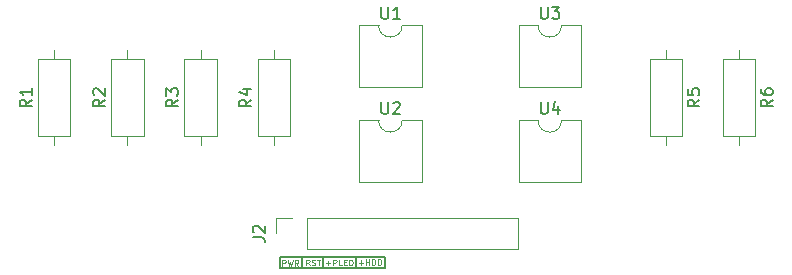
<source format=gto>
%TF.GenerationSoftware,KiCad,Pcbnew,(6.0.5)*%
%TF.CreationDate,2022-06-15T12:21:02+01:00*%
%TF.ProjectId,PiKVM,50694b56-4d2e-46b6-9963-61645f706362,rev?*%
%TF.SameCoordinates,Original*%
%TF.FileFunction,Legend,Top*%
%TF.FilePolarity,Positive*%
%FSLAX46Y46*%
G04 Gerber Fmt 4.6, Leading zero omitted, Abs format (unit mm)*
G04 Created by KiCad (PCBNEW (6.0.5)) date 2022-06-15 12:21:02*
%MOMM*%
%LPD*%
G01*
G04 APERTURE LIST*
%ADD10C,0.150000*%
%ADD11C,0.075000*%
%ADD12C,0.120000*%
%ADD13C,0.300000*%
%ADD14R,1.600000X1.600000*%
%ADD15O,1.600000X1.600000*%
%ADD16R,1.700000X1.700000*%
%ADD17O,1.700000X1.700000*%
%ADD18C,1.600000*%
%ADD19C,6.200000*%
G04 APERTURE END LIST*
D10*
X48985000Y-47500000D02*
X40095000Y-47500000D01*
X40095000Y-48389000D02*
X48985000Y-48389000D01*
X48985000Y-48389000D02*
X48985000Y-47500000D01*
X40095000Y-47500000D02*
X40095000Y-48389000D01*
X43778000Y-48389000D02*
X43778000Y-47500000D01*
X46572000Y-48389000D02*
X46572000Y-47500000D01*
X42000000Y-48389000D02*
X42000000Y-47500000D01*
D11*
X46762619Y-47967514D02*
X47143571Y-47967514D01*
X46953095Y-48157990D02*
X46953095Y-47777038D01*
X47381666Y-48157990D02*
X47381666Y-47657990D01*
X47381666Y-47896085D02*
X47667380Y-47896085D01*
X47667380Y-48157990D02*
X47667380Y-47657990D01*
X47905476Y-48157990D02*
X47905476Y-47657990D01*
X48024523Y-47657990D01*
X48095952Y-47681800D01*
X48143571Y-47729419D01*
X48167380Y-47777038D01*
X48191190Y-47872276D01*
X48191190Y-47943704D01*
X48167380Y-48038942D01*
X48143571Y-48086561D01*
X48095952Y-48134180D01*
X48024523Y-48157990D01*
X47905476Y-48157990D01*
X48405476Y-48157990D02*
X48405476Y-47657990D01*
X48524523Y-47657990D01*
X48595952Y-47681800D01*
X48643571Y-47729419D01*
X48667380Y-47777038D01*
X48691190Y-47872276D01*
X48691190Y-47943704D01*
X48667380Y-48038942D01*
X48643571Y-48086561D01*
X48595952Y-48134180D01*
X48524523Y-48157990D01*
X48405476Y-48157990D01*
X42615190Y-48208790D02*
X42448523Y-47970695D01*
X42329476Y-48208790D02*
X42329476Y-47708790D01*
X42519952Y-47708790D01*
X42567571Y-47732600D01*
X42591380Y-47756409D01*
X42615190Y-47804028D01*
X42615190Y-47875457D01*
X42591380Y-47923076D01*
X42567571Y-47946885D01*
X42519952Y-47970695D01*
X42329476Y-47970695D01*
X42805666Y-48184980D02*
X42877095Y-48208790D01*
X42996142Y-48208790D01*
X43043761Y-48184980D01*
X43067571Y-48161171D01*
X43091380Y-48113552D01*
X43091380Y-48065933D01*
X43067571Y-48018314D01*
X43043761Y-47994504D01*
X42996142Y-47970695D01*
X42900904Y-47946885D01*
X42853285Y-47923076D01*
X42829476Y-47899266D01*
X42805666Y-47851647D01*
X42805666Y-47804028D01*
X42829476Y-47756409D01*
X42853285Y-47732600D01*
X42900904Y-47708790D01*
X43019952Y-47708790D01*
X43091380Y-47732600D01*
X43234238Y-47708790D02*
X43519952Y-47708790D01*
X43377095Y-48208790D02*
X43377095Y-47708790D01*
X40317333Y-48234190D02*
X40317333Y-47734190D01*
X40507809Y-47734190D01*
X40555428Y-47758000D01*
X40579238Y-47781809D01*
X40603047Y-47829428D01*
X40603047Y-47900857D01*
X40579238Y-47948476D01*
X40555428Y-47972285D01*
X40507809Y-47996095D01*
X40317333Y-47996095D01*
X40769714Y-47734190D02*
X40888761Y-48234190D01*
X40984000Y-47877047D01*
X41079238Y-48234190D01*
X41198285Y-47734190D01*
X41674476Y-48234190D02*
X41507809Y-47996095D01*
X41388761Y-48234190D02*
X41388761Y-47734190D01*
X41579238Y-47734190D01*
X41626857Y-47758000D01*
X41650666Y-47781809D01*
X41674476Y-47829428D01*
X41674476Y-47900857D01*
X41650666Y-47948476D01*
X41626857Y-47972285D01*
X41579238Y-47996095D01*
X41388761Y-47996095D01*
X44005152Y-48018314D02*
X44386104Y-48018314D01*
X44195628Y-48208790D02*
X44195628Y-47827838D01*
X44624200Y-48208790D02*
X44624200Y-47708790D01*
X44814676Y-47708790D01*
X44862295Y-47732600D01*
X44886104Y-47756409D01*
X44909914Y-47804028D01*
X44909914Y-47875457D01*
X44886104Y-47923076D01*
X44862295Y-47946885D01*
X44814676Y-47970695D01*
X44624200Y-47970695D01*
X45362295Y-48208790D02*
X45124200Y-48208790D01*
X45124200Y-47708790D01*
X45528961Y-47946885D02*
X45695628Y-47946885D01*
X45767057Y-48208790D02*
X45528961Y-48208790D01*
X45528961Y-47708790D01*
X45767057Y-47708790D01*
X45981342Y-48208790D02*
X45981342Y-47708790D01*
X46100390Y-47708790D01*
X46171819Y-47732600D01*
X46219438Y-47780219D01*
X46243247Y-47827838D01*
X46267057Y-47923076D01*
X46267057Y-47994504D01*
X46243247Y-48089742D01*
X46219438Y-48137361D01*
X46171819Y-48184980D01*
X46100390Y-48208790D01*
X45981342Y-48208790D01*
D10*
%TO.C,U2*%
X48698095Y-34375712D02*
X48698095Y-35185236D01*
X48745714Y-35280474D01*
X48793333Y-35328093D01*
X48888571Y-35375712D01*
X49079047Y-35375712D01*
X49174285Y-35328093D01*
X49221904Y-35280474D01*
X49269523Y-35185236D01*
X49269523Y-34375712D01*
X49698095Y-34470951D02*
X49745714Y-34423332D01*
X49840952Y-34375712D01*
X50079047Y-34375712D01*
X50174285Y-34423332D01*
X50221904Y-34470951D01*
X50269523Y-34566189D01*
X50269523Y-34661427D01*
X50221904Y-34804284D01*
X49650476Y-35375712D01*
X50269523Y-35375712D01*
%TO.C,J2*%
X37807380Y-45833333D02*
X38521666Y-45833333D01*
X38664523Y-45880952D01*
X38759761Y-45976190D01*
X38807380Y-46119047D01*
X38807380Y-46214285D01*
X37902619Y-45404761D02*
X37855000Y-45357142D01*
X37807380Y-45261904D01*
X37807380Y-45023809D01*
X37855000Y-44928571D01*
X37902619Y-44880952D01*
X37997857Y-44833333D01*
X38093095Y-44833333D01*
X38235952Y-44880952D01*
X38807380Y-45452380D01*
X38807380Y-44833333D01*
%TO.C,R4*%
X37682380Y-34166666D02*
X37206190Y-34500000D01*
X37682380Y-34738095D02*
X36682380Y-34738095D01*
X36682380Y-34357142D01*
X36730000Y-34261904D01*
X36777619Y-34214285D01*
X36872857Y-34166666D01*
X37015714Y-34166666D01*
X37110952Y-34214285D01*
X37158571Y-34261904D01*
X37206190Y-34357142D01*
X37206190Y-34738095D01*
X37015714Y-33309523D02*
X37682380Y-33309523D01*
X36634761Y-33547619D02*
X37349047Y-33785714D01*
X37349047Y-33166666D01*
%TO.C,R2*%
X25282380Y-34166666D02*
X24806190Y-34500000D01*
X25282380Y-34738095D02*
X24282380Y-34738095D01*
X24282380Y-34357142D01*
X24330000Y-34261904D01*
X24377619Y-34214285D01*
X24472857Y-34166666D01*
X24615714Y-34166666D01*
X24710952Y-34214285D01*
X24758571Y-34261904D01*
X24806190Y-34357142D01*
X24806190Y-34738095D01*
X24377619Y-33785714D02*
X24330000Y-33738095D01*
X24282380Y-33642857D01*
X24282380Y-33404761D01*
X24330000Y-33309523D01*
X24377619Y-33261904D01*
X24472857Y-33214285D01*
X24568095Y-33214285D01*
X24710952Y-33261904D01*
X25282380Y-33833333D01*
X25282380Y-33214285D01*
%TO.C,U1*%
X48698095Y-26329046D02*
X48698095Y-27138570D01*
X48745714Y-27233808D01*
X48793333Y-27281427D01*
X48888571Y-27329046D01*
X49079047Y-27329046D01*
X49174285Y-27281427D01*
X49221904Y-27233808D01*
X49269523Y-27138570D01*
X49269523Y-26329046D01*
X50269523Y-27329046D02*
X49698095Y-27329046D01*
X49983809Y-27329046D02*
X49983809Y-26329046D01*
X49888571Y-26471904D01*
X49793333Y-26567142D01*
X49698095Y-26614761D01*
%TO.C,R3*%
X31482380Y-34166666D02*
X31006190Y-34500000D01*
X31482380Y-34738095D02*
X30482380Y-34738095D01*
X30482380Y-34357142D01*
X30530000Y-34261904D01*
X30577619Y-34214285D01*
X30672857Y-34166666D01*
X30815714Y-34166666D01*
X30910952Y-34214285D01*
X30958571Y-34261904D01*
X31006190Y-34357142D01*
X31006190Y-34738095D01*
X30482380Y-33833333D02*
X30482380Y-33214285D01*
X30863333Y-33547619D01*
X30863333Y-33404761D01*
X30910952Y-33309523D01*
X30958571Y-33261904D01*
X31053809Y-33214285D01*
X31291904Y-33214285D01*
X31387142Y-33261904D01*
X31434761Y-33309523D01*
X31482380Y-33404761D01*
X31482380Y-33690476D01*
X31434761Y-33785714D01*
X31387142Y-33833333D01*
%TO.C,R1*%
X19082380Y-34166666D02*
X18606190Y-34500000D01*
X19082380Y-34738095D02*
X18082380Y-34738095D01*
X18082380Y-34357142D01*
X18130000Y-34261904D01*
X18177619Y-34214285D01*
X18272857Y-34166666D01*
X18415714Y-34166666D01*
X18510952Y-34214285D01*
X18558571Y-34261904D01*
X18606190Y-34357142D01*
X18606190Y-34738095D01*
X19082380Y-33214285D02*
X19082380Y-33785714D01*
X19082380Y-33500000D02*
X18082380Y-33500000D01*
X18225238Y-33595238D01*
X18320476Y-33690476D01*
X18368095Y-33785714D01*
%TO.C,U3*%
X62198095Y-26329046D02*
X62198095Y-27138570D01*
X62245714Y-27233808D01*
X62293333Y-27281427D01*
X62388571Y-27329046D01*
X62579047Y-27329046D01*
X62674285Y-27281427D01*
X62721904Y-27233808D01*
X62769523Y-27138570D01*
X62769523Y-26329046D01*
X63150476Y-26329046D02*
X63769523Y-26329046D01*
X63436190Y-26709999D01*
X63579047Y-26709999D01*
X63674285Y-26757618D01*
X63721904Y-26805237D01*
X63769523Y-26900475D01*
X63769523Y-27138570D01*
X63721904Y-27233808D01*
X63674285Y-27281427D01*
X63579047Y-27329046D01*
X63293333Y-27329046D01*
X63198095Y-27281427D01*
X63150476Y-27233808D01*
%TO.C,R5*%
X75622380Y-34166666D02*
X75146190Y-34500000D01*
X75622380Y-34738095D02*
X74622380Y-34738095D01*
X74622380Y-34357142D01*
X74670000Y-34261904D01*
X74717619Y-34214285D01*
X74812857Y-34166666D01*
X74955714Y-34166666D01*
X75050952Y-34214285D01*
X75098571Y-34261904D01*
X75146190Y-34357142D01*
X75146190Y-34738095D01*
X74622380Y-33261904D02*
X74622380Y-33738095D01*
X75098571Y-33785714D01*
X75050952Y-33738095D01*
X75003333Y-33642857D01*
X75003333Y-33404761D01*
X75050952Y-33309523D01*
X75098571Y-33261904D01*
X75193809Y-33214285D01*
X75431904Y-33214285D01*
X75527142Y-33261904D01*
X75574761Y-33309523D01*
X75622380Y-33404761D01*
X75622380Y-33642857D01*
X75574761Y-33738095D01*
X75527142Y-33785714D01*
%TO.C,U4*%
X62198095Y-34375712D02*
X62198095Y-35185236D01*
X62245714Y-35280474D01*
X62293333Y-35328093D01*
X62388571Y-35375712D01*
X62579047Y-35375712D01*
X62674285Y-35328093D01*
X62721904Y-35280474D01*
X62769523Y-35185236D01*
X62769523Y-34375712D01*
X63674285Y-34709046D02*
X63674285Y-35375712D01*
X63436190Y-34328093D02*
X63198095Y-35042379D01*
X63817142Y-35042379D01*
%TO.C,R6*%
X81822380Y-34166666D02*
X81346190Y-34500000D01*
X81822380Y-34738095D02*
X80822380Y-34738095D01*
X80822380Y-34357142D01*
X80870000Y-34261904D01*
X80917619Y-34214285D01*
X81012857Y-34166666D01*
X81155714Y-34166666D01*
X81250952Y-34214285D01*
X81298571Y-34261904D01*
X81346190Y-34357142D01*
X81346190Y-34738095D01*
X80822380Y-33309523D02*
X80822380Y-33500000D01*
X80870000Y-33595238D01*
X80917619Y-33642857D01*
X81060476Y-33738095D01*
X81250952Y-33785714D01*
X81631904Y-33785714D01*
X81727142Y-33738095D01*
X81774761Y-33690476D01*
X81822380Y-33595238D01*
X81822380Y-33404761D01*
X81774761Y-33309523D01*
X81727142Y-33261904D01*
X81631904Y-33214285D01*
X81393809Y-33214285D01*
X81298571Y-33261904D01*
X81250952Y-33309523D01*
X81203333Y-33404761D01*
X81203333Y-33595238D01*
X81250952Y-33690476D01*
X81298571Y-33738095D01*
X81393809Y-33785714D01*
D12*
%TO.C,U2*%
X46810000Y-41123332D02*
X52110000Y-41123332D01*
X48460000Y-35923332D02*
X46810000Y-35923332D01*
X52110000Y-41123332D02*
X52110000Y-35923332D01*
X46810000Y-35923332D02*
X46810000Y-41123332D01*
X52110000Y-35923332D02*
X50460000Y-35923332D01*
X48460000Y-35923332D02*
G75*
G03*
X50460000Y-35923332I1000000J0D01*
G01*
%TO.C,J2*%
X60235000Y-46830000D02*
X60235000Y-44170000D01*
X39795000Y-44170000D02*
X41125000Y-44170000D01*
X42395000Y-44170000D02*
X60235000Y-44170000D01*
X39795000Y-45500000D02*
X39795000Y-44170000D01*
X42395000Y-46830000D02*
X60235000Y-46830000D01*
X42395000Y-46830000D02*
X42395000Y-44170000D01*
%TO.C,R4*%
X40970000Y-37270000D02*
X40970000Y-30730000D01*
X39600000Y-38040000D02*
X39600000Y-37270000D01*
X39600000Y-29960000D02*
X39600000Y-30730000D01*
X40970000Y-30730000D02*
X38230000Y-30730000D01*
X38230000Y-37270000D02*
X40970000Y-37270000D01*
X38230000Y-30730000D02*
X38230000Y-37270000D01*
%TO.C,R2*%
X27200000Y-38040000D02*
X27200000Y-37270000D01*
X25830000Y-30730000D02*
X25830000Y-37270000D01*
X25830000Y-37270000D02*
X28570000Y-37270000D01*
X28570000Y-37270000D02*
X28570000Y-30730000D01*
X27200000Y-29960000D02*
X27200000Y-30730000D01*
X28570000Y-30730000D02*
X25830000Y-30730000D01*
%TO.C,U1*%
X52110000Y-27876666D02*
X50460000Y-27876666D01*
X52110000Y-33076666D02*
X52110000Y-27876666D01*
X46810000Y-33076666D02*
X52110000Y-33076666D01*
X46810000Y-27876666D02*
X46810000Y-33076666D01*
X48460000Y-27876666D02*
X46810000Y-27876666D01*
X48460000Y-27876666D02*
G75*
G03*
X50460000Y-27876666I1000000J0D01*
G01*
%TO.C,R3*%
X32030000Y-30730000D02*
X32030000Y-37270000D01*
X33400000Y-29960000D02*
X33400000Y-30730000D01*
X34770000Y-37270000D02*
X34770000Y-30730000D01*
X33400000Y-38040000D02*
X33400000Y-37270000D01*
X34770000Y-30730000D02*
X32030000Y-30730000D01*
X32030000Y-37270000D02*
X34770000Y-37270000D01*
%TO.C,R1*%
X22370000Y-30730000D02*
X19630000Y-30730000D01*
X19630000Y-30730000D02*
X19630000Y-37270000D01*
X22370000Y-37270000D02*
X22370000Y-30730000D01*
X21000000Y-38040000D02*
X21000000Y-37270000D01*
X21000000Y-29960000D02*
X21000000Y-30730000D01*
X19630000Y-37270000D02*
X22370000Y-37270000D01*
%TO.C,U3*%
X60310000Y-33076666D02*
X65610000Y-33076666D01*
X65610000Y-27876666D02*
X63960000Y-27876666D01*
X65610000Y-33076666D02*
X65610000Y-27876666D01*
X60310000Y-27876666D02*
X60310000Y-33076666D01*
X61960000Y-27876666D02*
X60310000Y-27876666D01*
X61960000Y-27876666D02*
G75*
G03*
X63960000Y-27876666I1000000J0D01*
G01*
%TO.C,R5*%
X71430000Y-30730000D02*
X71430000Y-37270000D01*
X72800000Y-38040000D02*
X72800000Y-37270000D01*
X72800000Y-29960000D02*
X72800000Y-30730000D01*
X74170000Y-37270000D02*
X74170000Y-30730000D01*
X71430000Y-37270000D02*
X74170000Y-37270000D01*
X74170000Y-30730000D02*
X71430000Y-30730000D01*
%TO.C,U4*%
X60310000Y-41123332D02*
X65610000Y-41123332D01*
X65610000Y-41123332D02*
X65610000Y-35923332D01*
X61960000Y-35923332D02*
X60310000Y-35923332D01*
X65610000Y-35923332D02*
X63960000Y-35923332D01*
X60310000Y-35923332D02*
X60310000Y-41123332D01*
X61960000Y-35923332D02*
G75*
G03*
X63960000Y-35923332I1000000J0D01*
G01*
%TO.C,R6*%
X80370000Y-37270000D02*
X80370000Y-30730000D01*
X80370000Y-30730000D02*
X77630000Y-30730000D01*
X79000000Y-29960000D02*
X79000000Y-30730000D01*
X77630000Y-30730000D02*
X77630000Y-37270000D01*
X77630000Y-37270000D02*
X80370000Y-37270000D01*
X79000000Y-38040000D02*
X79000000Y-37270000D01*
%TD*%
%LPC*%
D13*
X28214285Y-45178571D02*
X28214285Y-46178571D01*
X27714285Y-45178571D02*
X27714285Y-45964285D01*
X27642857Y-46107142D01*
X27500000Y-46178571D01*
X28500000Y-45178571D02*
X27571428Y-45178571D01*
X27428571Y-45250000D01*
X27357142Y-45392857D01*
X29071428Y-45607142D02*
X30214285Y-45607142D01*
X30928571Y-46178571D02*
X30928571Y-44678571D01*
X31071428Y-45607142D02*
X31500000Y-46178571D01*
X31500000Y-45178571D02*
X30928571Y-45750000D01*
X32000000Y-45178571D02*
X32357142Y-46178571D01*
X32714285Y-45178571D01*
X33285714Y-46178571D02*
X33285714Y-45178571D01*
X33285714Y-45321428D02*
X33357142Y-45250000D01*
X33500000Y-45178571D01*
X33714285Y-45178571D01*
X33857142Y-45250000D01*
X33928571Y-45392857D01*
X33928571Y-46178571D01*
X33928571Y-45392857D02*
X34000000Y-45250000D01*
X34142857Y-45178571D01*
X34357142Y-45178571D01*
X34500000Y-45250000D01*
X34571428Y-45392857D01*
X34571428Y-46178571D01*
D14*
%TO.C,U2*%
X45650000Y-37253332D03*
D15*
X45650000Y-39793332D03*
X53270000Y-39793332D03*
X53270000Y-37253332D03*
%TD*%
D16*
%TO.C,J2*%
X41125000Y-45500000D03*
D17*
X43665000Y-45500000D03*
X46205000Y-45500000D03*
X48745000Y-45500000D03*
X51285000Y-45500000D03*
X53825000Y-45500000D03*
X56365000Y-45500000D03*
X58905000Y-45500000D03*
%TD*%
D18*
%TO.C,R4*%
X39600000Y-39080000D03*
D15*
X39600000Y-28920000D03*
%TD*%
D19*
%TO.C,REF\u002A\u002A*%
X79000000Y-45500000D03*
%TD*%
D18*
%TO.C,R2*%
X27200000Y-39080000D03*
D15*
X27200000Y-28920000D03*
%TD*%
D14*
%TO.C,U1*%
X45650000Y-29206666D03*
D15*
X45650000Y-31746666D03*
X53270000Y-31746666D03*
X53270000Y-29206666D03*
%TD*%
D18*
%TO.C,R3*%
X33400000Y-39080000D03*
D15*
X33400000Y-28920000D03*
%TD*%
D18*
%TO.C,R1*%
X21000000Y-39080000D03*
D15*
X21000000Y-28920000D03*
%TD*%
D19*
%TO.C,REF\u002A\u002A*%
X21000000Y-45500000D03*
%TD*%
%TO.C,REF\u002A\u002A*%
X79000000Y-22500000D03*
%TD*%
D14*
%TO.C,U3*%
X59150000Y-29206666D03*
D15*
X59150000Y-31746666D03*
X66770000Y-31746666D03*
X66770000Y-29206666D03*
%TD*%
D19*
%TO.C,REF\u002A\u002A*%
X21000000Y-22500000D03*
%TD*%
D18*
%TO.C,R5*%
X72800000Y-28920000D03*
D15*
X72800000Y-39080000D03*
%TD*%
D14*
%TO.C,U4*%
X59150000Y-37253332D03*
D15*
X59150000Y-39793332D03*
X66770000Y-39793332D03*
X66770000Y-37253332D03*
%TD*%
D18*
%TO.C,R6*%
X79000000Y-28920000D03*
D15*
X79000000Y-39080000D03*
%TD*%
D16*
%TO.C,J1*%
X25900000Y-23500000D03*
D17*
X25900000Y-20960000D03*
X28440000Y-23500000D03*
X28440000Y-20960000D03*
X30980000Y-23500000D03*
X30980000Y-20960000D03*
X33520000Y-23500000D03*
X33520000Y-20960000D03*
X36060000Y-23500000D03*
X36060000Y-20960000D03*
X38600000Y-23500000D03*
X38600000Y-20960000D03*
X41140000Y-23500000D03*
X41140000Y-20960000D03*
X43680000Y-23500000D03*
X43680000Y-20960000D03*
X46220000Y-23500000D03*
X46220000Y-20960000D03*
X48760000Y-23500000D03*
X48760000Y-20960000D03*
X51300000Y-23500000D03*
X51300000Y-20960000D03*
X53840000Y-23500000D03*
X53840000Y-20960000D03*
X56380000Y-23500000D03*
X56380000Y-20960000D03*
X58920000Y-23500000D03*
X58920000Y-20960000D03*
X61460000Y-23500000D03*
X61460000Y-20960000D03*
X64000000Y-23500000D03*
X64000000Y-20960000D03*
X66540000Y-23500000D03*
X66540000Y-20960000D03*
X69080000Y-23500000D03*
X69080000Y-20960000D03*
X71620000Y-23500000D03*
X71620000Y-20960000D03*
X74160000Y-23500000D03*
X74160000Y-20960000D03*
%TD*%
M02*

</source>
